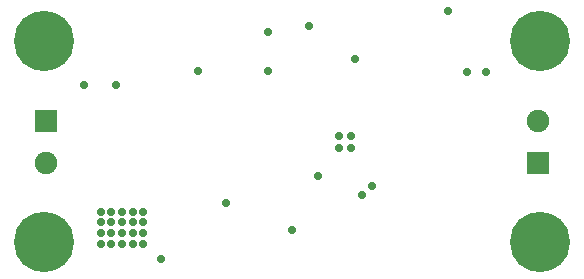
<source format=gbs>
G04*
G04 #@! TF.GenerationSoftware,Altium Limited,Altium Designer,19.1.6 (110)*
G04*
G04 Layer_Color=16711935*
%FSLAX43Y43*%
%MOMM*%
G71*
G01*
G75*
%ADD31C,1.900*%
%ADD32R,1.900X1.900*%
%ADD33C,5.100*%
%ADD34C,0.700*%
D31*
X4125Y10750D02*
D03*
X45800Y14250D02*
D03*
D32*
X4125D02*
D03*
X45800Y10750D02*
D03*
D33*
X4000Y4000D02*
D03*
X46000D02*
D03*
Y21000D02*
D03*
X4000D02*
D03*
D34*
X31800Y8800D02*
D03*
X30900Y8000D02*
D03*
X38200Y23600D02*
D03*
X27200Y9600D02*
D03*
X26400Y22300D02*
D03*
X10100Y17300D02*
D03*
X7400Y17300D02*
D03*
X17000Y18500D02*
D03*
X13900Y2600D02*
D03*
X10600Y4775D02*
D03*
X9700Y3875D02*
D03*
X10600D02*
D03*
X9700Y5675D02*
D03*
X10600D02*
D03*
X12400D02*
D03*
Y6575D02*
D03*
X11500Y5675D02*
D03*
Y6575D02*
D03*
X8800Y3875D02*
D03*
X12400Y4775D02*
D03*
X8800Y6575D02*
D03*
X10600D02*
D03*
X9700D02*
D03*
Y4775D02*
D03*
X8800Y5675D02*
D03*
Y4775D02*
D03*
X12400Y3875D02*
D03*
X11500Y4775D02*
D03*
Y3875D02*
D03*
X19400Y7300D02*
D03*
X23000Y18500D02*
D03*
Y21800D02*
D03*
X25000Y5000D02*
D03*
X39800Y18400D02*
D03*
X41400D02*
D03*
X29000Y13000D02*
D03*
Y12000D02*
D03*
X30000Y13000D02*
D03*
Y12000D02*
D03*
X30300Y19500D02*
D03*
M02*

</source>
